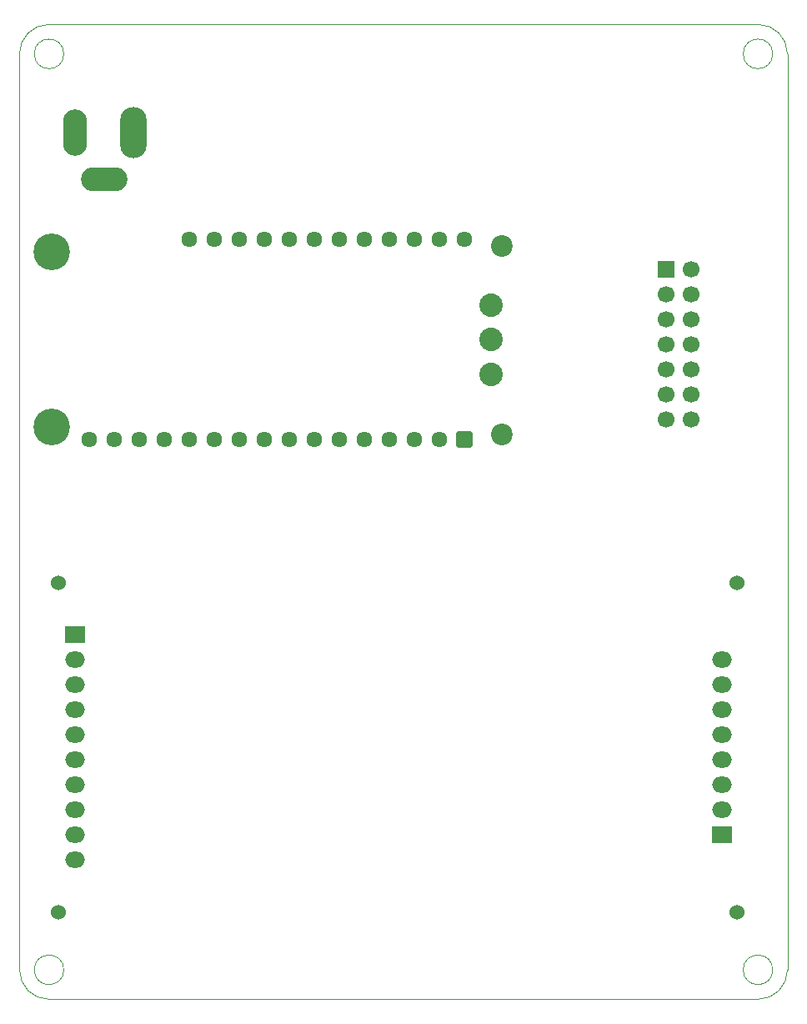
<source format=gbr>
%TF.GenerationSoftware,KiCad,Pcbnew,9.0.4*%
%TF.CreationDate,2025-09-21T19:32:40-04:00*%
%TF.ProjectId,Nanopositioner_V10,4e616e6f-706f-4736-9974-696f6e65725f,rev?*%
%TF.SameCoordinates,Original*%
%TF.FileFunction,Soldermask,Top*%
%TF.FilePolarity,Negative*%
%FSLAX46Y46*%
G04 Gerber Fmt 4.6, Leading zero omitted, Abs format (unit mm)*
G04 Created by KiCad (PCBNEW 9.0.4) date 2025-09-21 19:32:40*
%MOMM*%
%LPD*%
G01*
G04 APERTURE LIST*
G04 Aperture macros list*
%AMRoundRect*
0 Rectangle with rounded corners*
0 $1 Rounding radius*
0 $2 $3 $4 $5 $6 $7 $8 $9 X,Y pos of 4 corners*
0 Add a 4 corners polygon primitive as box body*
4,1,4,$2,$3,$4,$5,$6,$7,$8,$9,$2,$3,0*
0 Add four circle primitives for the rounded corners*
1,1,$1+$1,$2,$3*
1,1,$1+$1,$4,$5*
1,1,$1+$1,$6,$7*
1,1,$1+$1,$8,$9*
0 Add four rect primitives between the rounded corners*
20,1,$1+$1,$2,$3,$4,$5,0*
20,1,$1+$1,$4,$5,$6,$7,0*
20,1,$1+$1,$6,$7,$8,$9,0*
20,1,$1+$1,$8,$9,$2,$3,0*%
G04 Aperture macros list end*
%ADD10C,1.700000*%
%ADD11R,1.700000X1.700000*%
%ADD12C,1.524000*%
%ADD13O,2.000000X1.651000*%
%ADD14R,2.000000X1.651000*%
%ADD15C,1.612000*%
%ADD16RoundRect,0.102000X-0.704000X-0.704000X0.704000X-0.704000X0.704000X0.704000X-0.704000X0.704000X0*%
%ADD17C,3.720000*%
%ADD18C,2.200000*%
%ADD19C,2.388400*%
%ADD20O,2.704000X5.204000*%
%ADD21O,2.454000X4.704000*%
%ADD22O,4.704000X2.454000*%
%TA.AperFunction,Profile*%
%ADD23C,0.050000*%
%TD*%
G04 APERTURE END LIST*
D10*
%TO.C,U3*%
X169200000Y-81080000D03*
X166660000Y-81080000D03*
X169200000Y-78540000D03*
X166660000Y-78540000D03*
X169200000Y-76000000D03*
X166660000Y-76000000D03*
X169200000Y-73460000D03*
X166660000Y-73460000D03*
X169200000Y-70920000D03*
X166660000Y-70920000D03*
X169200000Y-68380000D03*
X166660000Y-68380000D03*
X169200000Y-65840000D03*
D11*
X166660000Y-65840000D03*
%TD*%
D12*
%TO.C,U1*%
X104942990Y-131123000D03*
X173888990Y-131123000D03*
X173888990Y-97737000D03*
X104942990Y-97737000D03*
D13*
X172309000Y-110620000D03*
X172309000Y-113160000D03*
D14*
X172309000Y-123320000D03*
D13*
X172309000Y-120780000D03*
X172309000Y-115700000D03*
X172309000Y-118240000D03*
X172309000Y-108080000D03*
X172309000Y-105540000D03*
X106650000Y-115700000D03*
X106650000Y-113160000D03*
D14*
X106650000Y-103000000D03*
D13*
X106650000Y-105540000D03*
X106650000Y-110620000D03*
X106650000Y-108080000D03*
X106650000Y-118240000D03*
X106650000Y-120780000D03*
X106650000Y-125860000D03*
X106650000Y-123320000D03*
%TD*%
D15*
%TO.C,U2*%
X108103500Y-83172500D03*
X110643500Y-83172500D03*
X113183500Y-83172500D03*
X115723500Y-83172500D03*
X118263500Y-83172500D03*
X120803500Y-83172500D03*
X123343500Y-83172500D03*
X125883500Y-83172500D03*
X128423500Y-83172500D03*
X130963500Y-83172500D03*
X133503500Y-83172500D03*
X136043500Y-83172500D03*
X138583500Y-83172500D03*
X141123500Y-83172500D03*
X143663500Y-83172500D03*
D16*
X146203500Y-83172500D03*
D15*
X118263500Y-62852500D03*
X120803500Y-62852500D03*
X123343500Y-62852500D03*
X125883500Y-62852500D03*
X128423500Y-62852500D03*
X130963500Y-62852500D03*
X133503500Y-62852500D03*
X136043500Y-62852500D03*
X138583500Y-62852500D03*
X141123500Y-62852500D03*
X143663500Y-62852500D03*
X146203500Y-62852500D03*
D17*
X104293500Y-81902500D03*
X104293500Y-64122500D03*
D18*
X150013500Y-63487500D03*
X150013500Y-82601000D03*
D19*
X148870500Y-69512500D03*
X148870500Y-73012500D03*
X148870500Y-76512500D03*
%TD*%
D20*
%TO.C,J1*%
X112610000Y-52020000D03*
D21*
X106610000Y-52020000D03*
D22*
X109610000Y-56720000D03*
%TD*%
D23*
X104000000Y-140000000D02*
G75*
G02*
X101000000Y-137000000I0J3000000D01*
G01*
X179000000Y-137000000D02*
G75*
G02*
X176000000Y-140000000I-3000000J0D01*
G01*
X101000000Y-44000000D02*
G75*
G02*
X104000000Y-41000000I3000000J0D01*
G01*
X176000000Y-41000000D02*
G75*
G02*
X179000000Y-44000000I0J-3000000D01*
G01*
X101000000Y-137000000D02*
X101000000Y-44000000D01*
X176000000Y-140000000D02*
X104000000Y-140000000D01*
X179000000Y-44000000D02*
X179000000Y-137000000D01*
X104000000Y-41000000D02*
X176000000Y-41000000D01*
X105500000Y-137000000D02*
G75*
G02*
X102500000Y-137000000I-1500000J0D01*
G01*
X102500000Y-137000000D02*
G75*
G02*
X105500000Y-137000000I1500000J0D01*
G01*
X177500000Y-137000000D02*
G75*
G02*
X174500000Y-137000000I-1500000J0D01*
G01*
X174500000Y-137000000D02*
G75*
G02*
X177500000Y-137000000I1500000J0D01*
G01*
X177500000Y-44000000D02*
G75*
G02*
X174500000Y-44000000I-1500000J0D01*
G01*
X174500000Y-44000000D02*
G75*
G02*
X177500000Y-44000000I1500000J0D01*
G01*
X105500000Y-44000000D02*
G75*
G02*
X102500000Y-44000000I-1500000J0D01*
G01*
X102500000Y-44000000D02*
G75*
G02*
X105500000Y-44000000I1500000J0D01*
G01*
M02*

</source>
